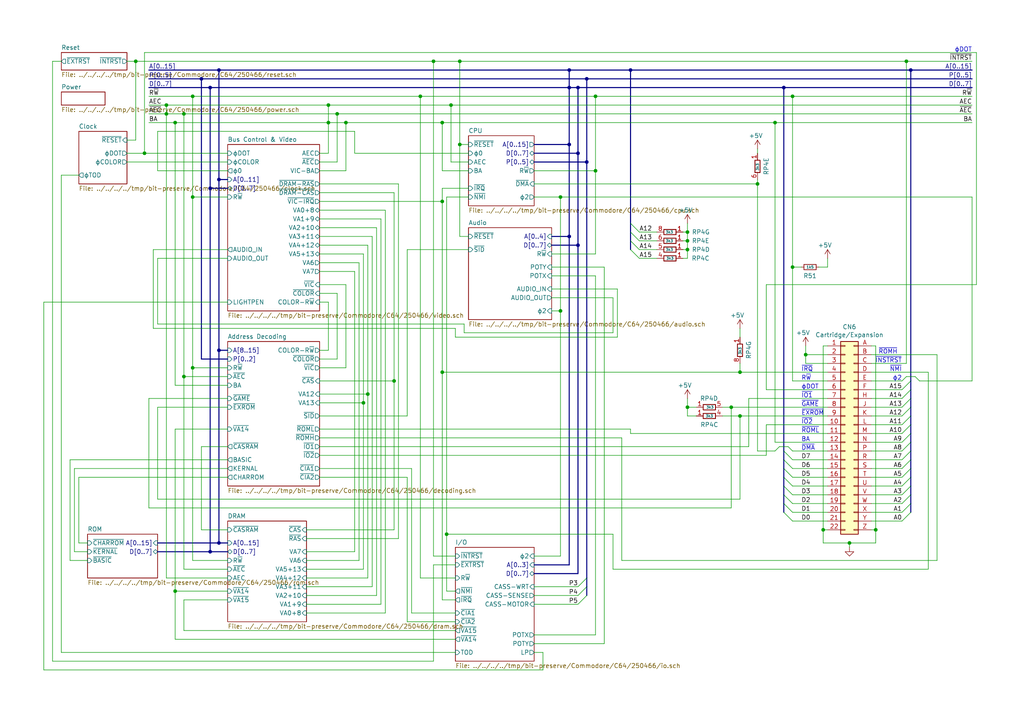
<source format=kicad_sch>
(kicad_sch (version 20230121) (generator eeschema)
  (paper "A4")
  (title_block (title "Commodore 64 (schematic #252278)") (date "2020-04-19") (rev "0.1") (company "Commodore Business Machines, Inc.") (comment 1 "Based on C64/C64C Service Manual (1992-03) pp. 37-38 [PN-314001-03]") (comment 3 "Based on #251469 schematic by Cumbayah") (comment 4 "Matches PCB assy #250466"))
  (lib_symbols
    (symbol "Connector_Edge:Conn_02x22_Edge" (pin_names (offset 1.016) hide)
      (property "Reference" "J" (at 1.27 27.94 0))
      (property "Value" "Conn_02x22_Edge" (at 1.27 -30.48 0))
      (symbol "Conn_02x22_Edge_1_1"
        (rectangle (start -1.27 -27.813) (end 0 -28.067) (stroke (width 0.1524)))
        (rectangle (start -1.27 -25.273) (end 0 -25.527) (stroke (width 0.1524)))
        (rectangle (start -1.27 -22.733) (end 0 -22.987) (stroke (width 0.1524)))
        (rectangle (start -1.27 -20.193) (end 0 -20.447) (stroke (width 0.1524)))
        (rectangle (start -1.27 -17.653) (end 0 -17.907) (stroke (width 0.1524)))
        (rectangle (start -1.27 -15.113) (end 0 -15.367) (stroke (width 0.1524)))
        (rectangle (start -1.27 -12.573) (end 0 -12.827) (stroke (width 0.1524)))
        (rectangle (start -1.27 -10.033) (end 0 -10.287) (stroke (width 0.1524)))
        (rectangle (start -1.27 -7.493) (end 0 -7.747) (stroke (width 0.1524)))
        (rectangle (start -1.27 -4.953) (end 0 -5.207) (stroke (width 0.1524)))
        (rectangle (start -1.27 -2.413) (end 0 -2.667) (stroke (width 0.1524)))
        (rectangle (start -1.27 0.127) (end 0 -0.127) (stroke (width 0.1524)))
        (rectangle (start -1.27 2.667) (end 0 2.413) (stroke (width 0.1524)))
        (rectangle (start -1.27 5.207) (end 0 4.953) (stroke (width 0.1524)))
        (rectangle (start -1.27 7.747) (end 0 7.493) (stroke (width 0.1524)))
        (rectangle (start -1.27 10.287) (end 0 10.033) (stroke (width 0.1524)))
        (rectangle (start -1.27 12.827) (end 0 12.573) (stroke (width 0.1524)))
        (rectangle (start -1.27 15.367) (end 0 15.113) (stroke (width 0.1524)))
        (rectangle (start -1.27 17.907) (end 0 17.653) (stroke (width 0.1524)))
        (rectangle (start -1.27 20.447) (end 0 20.193) (stroke (width 0.1524)))
        (rectangle (start -1.27 22.987) (end 0 22.733) (stroke (width 0.1524)))
        (rectangle (start -1.27 25.527) (end 0 25.273) (stroke (width 0.1524)))
        (rectangle (start -1.27 26.67) (end 3.81 -29.21) (stroke (width 0.254)) (fill (type background)))
        (rectangle (start 3.81 -27.813) (end 2.54 -28.067) (stroke (width 0.1524)))
        (rectangle (start 3.81 -25.273) (end 2.54 -25.527) (stroke (width 0.1524)))
        (rectangle (start 3.81 -22.733) (end 2.54 -22.987) (stroke (width 0.1524)))
        (rectangle (start 3.81 -20.193) (end 2.54 -20.447) (stroke (width 0.1524)))
        (rectangle (start 3.81 -17.653) (end 2.54 -17.907) (stroke (width 0.1524)))
        (rectangle (start 3.81 -15.113) (end 2.54 -15.367) (stroke (width 0.1524)))
        (rectangle (start 3.81 -12.573) (end 2.54 -12.827) (stroke (width 0.1524)))
        (rectangle (start 3.81 -10.033) (end 2.54 -10.287) (stroke (width 0.1524)))
        (rectangle (start 3.81 -7.493) (end 2.54 -7.747) (stroke (width 0.1524)))
        (rectangle (start 3.81 -4.953) (end 2.54 -5.207) (stroke (width 0.1524)))
        (rectangle (start 3.81 -2.413) (end 2.54 -2.667) (stroke (width 0.1524)))
        (rectangle (start 3.81 0.127) (end 2.54 -0.127) (stroke (width 0.1524)))
        (rectangle (start 3.81 2.667) (end 2.54 2.413) (stroke (width 0.1524)))
        (rectangle (start 3.81 5.207) (end 2.54 4.953) (stroke (width 0.1524)))
        (rectangle (start 3.81 7.747) (end 2.54 7.493) (stroke (width 0.1524)))
        (rectangle (start 3.81 10.287) (end 2.54 10.033) (stroke (width 0.1524)))
        (rectangle (start 3.81 12.827) (end 2.54 12.573) (stroke (width 0.1524)))
        (rectangle (start 3.81 15.367) (end 2.54 15.113) (stroke (width 0.1524)))
        (rectangle (start 3.81 17.907) (end 2.54 17.653) (stroke (width 0.1524)))
        (rectangle (start 3.81 20.447) (end 2.54 20.193) (stroke (width 0.1524)))
        (rectangle (start 3.81 22.987) (end 2.54 22.733) (stroke (width 0.1524)))
        (rectangle (start 3.81 25.527) (end 2.54 25.273) (stroke (width 0.1524)))
        (pin passive line (at -5.08 25.4 0) (length 3.81) (name "Pin_1") (number "1"))
        (pin passive line (at -5.08 2.54 0) (length 3.81) (name "Pin_10") (number "10"))
        (pin passive line (at -5.08 0 0) (length 3.81) (name "Pin_11") (number "11"))
        (pin passive line (at -5.08 -2.54 0) (length 3.81) (name "Pin_12") (number "12"))
        (pin passive line (at -5.08 -5.08 0) (length 3.81) (name "Pin_13") (number "13"))
        (pin passive line (at -5.08 -7.62 0) (length 3.81) (name "Pin_14") (number "14"))
        (pin passive line (at -5.08 -10.16 0) (length 3.81) (name "Pin_15") (number "15"))
        (pin passive line (at -5.08 -12.7 0) (length 3.81) (name "Pin_16") (number "16"))
        (pin passive line (at -5.08 -15.24 0) (length 3.81) (name "Pin_17") (number "17"))
        (pin passive line (at -5.08 -17.78 0) (length 3.81) (name "Pin_18") (number "18"))
        (pin passive line (at -5.08 -20.32 0) (length 3.81) (name "Pin_19") (number "19"))
        (pin passive line (at -5.08 22.86 0) (length 3.81) (name "Pin_2") (number "2"))
        (pin passive line (at -5.08 -22.86 0) (length 3.81) (name "Pin_20") (number "20"))
        (pin passive line (at -5.08 -25.4 0) (length 3.81) (name "Pin_21") (number "21"))
        (pin passive line (at -5.08 -27.94 0) (length 3.81) (name "Pin_22") (number "22"))
        (pin passive line (at -5.08 20.32 0) (length 3.81) (name "Pin_3") (number "3"))
        (pin passive line (at -5.08 17.78 0) (length 3.81) (name "Pin_4") (number "4"))
        (pin passive line (at -5.08 15.24 0) (length 3.81) (name "Pin_5") (number "5"))
        (pin passive line (at -5.08 12.7 0) (length 3.81) (name "Pin_6") (number "6"))
        (pin passive line (at -5.08 10.16 0) (length 3.81) (name "Pin_7") (number "7"))
        (pin passive line (at -5.08 7.62 0) (length 3.81) (name "Pin_8") (number "8"))
        (pin passive line (at -5.08 5.08 0) (length 3.81) (name "Pin_9") (number "9"))
        (pin passive line (at 7.62 25.4 180) (length 3.81) (name "Pin_A") (number "A"))
        (pin passive line (at 7.62 22.86 180) (length 3.81) (name "Pin_B") (number "B"))
        (pin passive line (at 7.62 20.32 180) (length 3.81) (name "Pin_C") (number "C"))
        (pin passive line (at 7.62 17.78 180) (length 3.81) (name "Pin_D") (number "D"))
        (pin passive line (at 7.62 15.24 180) (length 3.81) (name "Pin_E") (number "E"))
        (pin passive line (at 7.62 12.7 180) (length 3.81) (name "Pin_F") (number "F"))
        (pin passive line (at 7.62 10.16 180) (length 3.81) (name "Pin_H") (number "H"))
        (pin passive line (at 7.62 7.62 180) (length 3.81) (name "Pin_J") (number "J"))
        (pin passive line (at 7.62 5.08 180) (length 3.81) (name "Pin_K") (number "K"))
        (pin passive line (at 7.62 2.54 180) (length 3.81) (name "Pin_L") (number "L"))
        (pin passive line (at 7.62 0 180) (length 3.81) (name "Pin_M") (number "M"))
        (pin passive line (at 7.62 -2.54 180) (length 3.81) (name "Pin_N") (number "N"))
        (pin passive line (at 7.62 -5.08 180) (length 3.81) (name "Pin_P") (number "P"))
        (pin passive line (at 7.62 -7.62 180) (length 3.81) (name "Pin_R") (number "R"))
        (pin passive line (at 7.62 -10.16 180) (length 3.81) (name "Pin_S") (number "S"))
        (pin passive line (at 7.62 -12.7 180) (length 3.81) (name "Pin_T") (number "T"))
        (pin passive line (at 7.62 -15.24 180) (length 3.81) (name "Pin_U") (number "U"))
        (pin passive line (at 7.62 -17.78 180) (length 3.81) (name "Pin_V") (number "V"))
        (pin passive line (at 7.62 -20.32 180) (length 3.81) (name "Pin_W") (number "W"))
        (pin passive line (at 7.62 -22.86 180) (length 3.81) (name "Pin_X") (number "X"))
        (pin passive line (at 7.62 -25.4 180) (length 3.81) (name "Pin_Y") (number "Y"))
        (pin passive line (at 7.62 -27.94 180) (length 3.81) (name "Pin_Z") (number "Z"))
      )
    )
    (symbol "Device:R_Small" (pin_numbers hide) (pin_names (offset 0.254) hide)
      (property "Reference" "R" (at 0.762 0.508 0))
      (property "Value" "R_Small" (at 0.762 -1.016 0))
      (symbol "R_Small_0_1"
        (rectangle (start -0.762 1.778) (end 0.762 -1.778) (stroke (width 0.2032)))
      )
      (symbol "R_Small_1_1"
        (pin passive line (at 0 2.54 270) (length 0.762) (name "~") (number "1"))
        (pin passive line (at 0 -2.54 90) (length 0.762) (name "~") (number "2"))
      )
    )
    (symbol "Resistor_Pack:R_Network09_Split" (pin_names (offset 1.016) hide)
      (property "Reference" "RN" (at 1.27 0.635 0))
      (property "Value" "R_Network09_Split" (at 1.27 -1.27 0))
      (symbol "R_Network09_Split_0_0"
        (pin passive line (at 0 3.81 270) (length 2.032) (name "common") (number "1"))
      )
      (symbol "R_Network09_Split_0_1"
        (rectangle (start -0.762 1.778) (end 0.762 -1.778) (stroke (width 0.2032)))
      )
      (symbol "R_Network09_Split_1_1"
        (pin passive line (at 0 -3.81 90) (length 2.032) (name "R1") (number "2"))
      )
      (symbol "R_Network09_Split_2_1"
        (rectangle (start -0.762 1.778) (end 0.762 -1.778) (stroke (width 0.2032)))
        (pin passive line (at 0 3.81 270) (length 2.032) (name "common") (number "1"))
        (pin passive line (at 0 -3.81 90) (length 2.032) (name "R2") (number "3"))
      )
      (symbol "R_Network09_Split_3_1"
        (rectangle (start -0.762 1.778) (end 0.762 -1.778) (stroke (width 0.2032)))
        (pin passive line (at 0 3.81 270) (length 2.032) (name "common") (number "1"))
        (pin passive line (at 0 -3.81 90) (length 2.032) (name "R3") (number "4"))
      )
      (symbol "R_Network09_Split_4_1"
        (rectangle (start -0.762 1.778) (end 0.762 -1.778) (stroke (width 0.2032)))
        (pin passive line (at 0 3.81 270) (length 2.032) (name "common") (number "1"))
        (pin passive line (at 0 -3.81 90) (length 2.032) (name "R4") (number "5"))
      )
      (symbol "R_Network09_Split_5_1"
        (rectangle (start -0.762 1.778) (end 0.762 -1.778) (stroke (width 0.2032)))
        (pin passive line (at 0 3.81 270) (length 2.032) (name "common") (number "1"))
        (pin passive line (at 0 -3.81 90) (length 2.032) (name "R5") (number "6"))
      )
      (symbol "R_Network09_Split_6_1"
        (rectangle (start -0.762 1.778) (end 0.762 -1.778) (stroke (width 0.2032)))
        (pin passive line (at 0 3.81 270) (length 2.032) (name "common") (number "1"))
        (pin passive line (at 0 -3.81 90) (length 2.032) (name "R6") (number "7"))
      )
      (symbol "R_Network09_Split_7_1"
        (rectangle (start -0.762 1.778) (end 0.762 -1.778) (stroke (width 0.2032)))
        (pin passive line (at 0 3.81 270) (length 2.032) (name "common") (number "1"))
        (pin passive line (at 0 -3.81 90) (length 2.032) (name "R7") (number "8"))
      )
      (symbol "R_Network09_Split_8_1"
        (pin passive line (at 0 -3.81 90) (length 2.032) (name "R8") (number "9"))
      )
      (symbol "R_Network09_Split_9_1"
        (pin passive line (at 0 -3.81 90) (length 2.032) (name "R9") (number "10"))
      )
    )
    (symbol "power:+5V" (power) (pin_names (offset 0))
      (property "Value" "+5V" (at 0 3.556 0))
      (symbol "+5V_0_1"
        (polyline (pts (xy -0.762 1.27) (xy 0 2.54)))
        (polyline (pts (xy 0 0) (xy 0 2.54)))
        (polyline (pts (xy 0 2.54) (xy 0.762 1.27)))
      )
      (symbol "+5V_1_1"
        (pin power_in line (at 0 0 90) (length 0) hide (name "+5V") (number "1"))
      )
    )
    (symbol "power:GND" (power) (pin_names (offset 0))
      (property "Value" "GND" (at 0 -3.81 0))
      (symbol "GND_0_1"
        (polyline (pts (xy 0 0) (xy 0 -1.27) (xy 1.27 -1.27) (xy 0 -2.54) (xy -1.27 -1.27) (xy 0 -1.27)))
      )
      (symbol "GND_1_1"
        (pin power_in line (at 0 0 270) (length 0) hide (name "GND") (number "1"))
      )
    )
  )
  (junction (at 165.1 20.32))
  (junction (at 105.41 116.84))
  (junction (at 262.89 17.78))
  (junction (at 165.1 68.58))
  (junction (at 128.27 107.95))
  (junction (at 41.91 44.45))
  (junction (at 97.79 33.02))
  (junction (at 60.96 54.61))
  (junction (at 172.72 27.94))
  (junction (at 233.68 102.87))
  (junction (at 48.26 33.02))
  (junction (at 182.88 20.32))
  (junction (at 170.18 22.86))
  (junction (at 55.88 57.15))
  (junction (at 133.35 17.78))
  (junction (at 125.73 17.78))
  (junction (at 106.68 114.3))
  (junction (at 100.33 35.56))
  (junction (at 238.76 153.67))
  (junction (at 133.35 41.91))
  (junction (at 167.64 71.12))
  (junction (at 162.56 90.17))
  (junction (at 50.8 35.56))
  (junction (at 219.71 53.34))
  (junction (at 63.5 52.07))
  (junction (at 167.64 44.45))
  (junction (at 63.5 101.6))
  (junction (at 227.33 25.4))
  (junction (at 58.42 22.86))
  (junction (at 170.18 46.99))
  (junction (at 199.39 67.31))
  (junction (at 95.25 30.48))
  (junction (at 128.27 35.56))
  (junction (at 264.16 20.32))
  (junction (at 165.1 41.91))
  (junction (at 229.87 27.94))
  (junction (at 63.5 20.32))
  (junction (at 224.79 35.56))
  (junction (at 95.25 35.56))
  (junction (at 39.37 17.78))
  (junction (at 214.63 120.65))
  (junction (at 55.88 106.68))
  (junction (at 199.39 118.11))
  (junction (at 165.1 25.4))
  (junction (at 121.92 27.94))
  (junction (at 212.09 118.11))
  (junction (at 199.39 69.85))
  (junction (at 53.34 109.22))
  (junction (at 214.63 107.95))
  (junction (at 172.72 49.53))
  (junction (at 167.64 25.4))
  (junction (at 162.56 57.15))
  (junction (at 130.81 30.48))
  (junction (at 128.27 58.42))
  (junction (at 50.8 171.45))
  (junction (at 229.87 77.47))
  (junction (at 254 153.67))
  (junction (at 48.26 30.48))
  (junction (at 246.38 157.48))
  (junction (at 60.96 25.4))
  (junction (at 53.34 33.02))
  (junction (at 129.54 154.94))
  (junction (at 199.39 72.39))
  (junction (at 55.88 27.94))
  (junction (at 63.5 157.48))
  (junction (at 60.96 160.02))
  (junction (at 114.3 110.49))
  (bus_entry (at 227.33 148.59) (size 2.54 2.54))
  (bus_entry (at 227.33 135.89) (size 2.54 2.54))
  (bus_entry (at 182.88 69.85) (size 2.54 2.54))
  (bus_entry (at 261.62 130.81) (size 2.54 -2.54))
  (bus_entry (at 227.33 143.51) (size 2.54 2.54))
  (bus_entry (at 261.62 118.11) (size 2.54 -2.54))
  (bus_entry (at 261.62 148.59) (size 2.54 -2.54))
  (bus_entry (at 227.33 140.97) (size 2.54 2.54))
  (bus_entry (at 261.62 140.97) (size 2.54 -2.54))
  (bus_entry (at 261.62 146.05) (size 2.54 -2.54))
  (bus_entry (at 167.64 175.26) (size 2.54 -2.54))
  (bus_entry (at 261.62 135.89) (size 2.54 -2.54))
  (bus_entry (at 182.88 67.31) (size 2.54 2.54))
  (bus_entry (at 167.64 170.18) (size 2.54 -2.54))
  (bus_entry (at 182.88 72.39) (size 2.54 2.54))
  (bus_entry (at 227.33 130.81) (size 2.54 2.54))
  (bus_entry (at 167.64 172.72) (size 2.54 -2.54))
  (bus_entry (at 261.62 138.43) (size 2.54 -2.54))
  (bus_entry (at 227.33 146.05) (size 2.54 2.54))
  (bus_entry (at 261.62 115.57) (size 2.54 -2.54))
  (bus_entry (at 261.62 123.19) (size 2.54 -2.54))
  (bus_entry (at 261.62 133.35) (size 2.54 -2.54))
  (bus_entry (at 261.62 151.13) (size 2.54 -2.54))
  (bus_entry (at 227.33 138.43) (size 2.54 2.54))
  (bus_entry (at 261.62 120.65) (size 2.54 -2.54))
  (bus_entry (at 261.62 113.03) (size 2.54 -2.54))
  (bus_entry (at 182.88 64.77) (size 2.54 2.54))
  (bus_entry (at 227.33 133.35) (size 2.54 2.54))
  (bus_entry (at 261.62 143.51) (size 2.54 -2.54))
  (bus_entry (at 261.62 125.73) (size 2.54 -2.54))
  (bus_entry (at 261.62 128.27) (size 2.54 -2.54))
  (wire (pts (xy 132.08 177.8) (xy 119.38 177.8)))
  (wire (pts (xy 115.57 53.34) (xy 115.57 156.21)))
  (wire (pts (xy 50.8 185.42) (xy 132.08 185.42)))
  (wire (pts (xy 55.88 27.94) (xy 55.88 57.15)))
  (wire (pts (xy 162.56 57.15) (xy 281.94 57.15)))
  (wire (pts (xy 252.73 135.89) (xy 261.62 135.89)))
  (wire (pts (xy 92.71 127) (xy 180.34 127)))
  (wire (pts (xy 212.09 118.11) (xy 209.55 118.11)))
  (bus (pts (xy 60.96 54.61) (xy 66.04 54.61)))
  (bus (pts (xy 170.18 22.86) (xy 281.94 22.86)))
  (wire (pts (xy 240.03 146.05) (xy 229.87 146.05)))
  (wire (pts (xy 17.78 17.78) (xy 15.24 17.78)))
  (wire (pts (xy 109.22 66.04) (xy 92.71 66.04)))
  (wire (pts (xy 199.39 72.39) (xy 199.39 69.85)))
  (wire (pts (xy 107.95 170.18) (xy 88.9 170.18)))
  (wire (pts (xy 271.78 162.56) (xy 180.34 162.56)))
  (wire (pts (xy 246.38 157.48) (xy 254 157.48)))
  (wire (pts (xy 106.68 71.12) (xy 92.71 71.12)))
  (bus (pts (xy 170.18 22.86) (xy 170.18 46.99)))
  (wire (pts (xy 172.72 73.66) (xy 160.02 73.66)))
  (wire (pts (xy 240.03 153.67) (xy 238.76 153.67)))
  (wire (pts (xy 157.48 194.31) (xy 157.48 189.23)))
  (wire (pts (xy 252.73 102.87) (xy 271.78 102.87)))
  (wire (pts (xy 262.89 109.22) (xy 265.43 109.22)))
  (wire (pts (xy 92.71 49.53) (xy 100.33 49.53)))
  (bus (pts (xy 165.1 20.32) (xy 165.1 25.4)))
  (bus (pts (xy 227.33 25.4) (xy 227.33 130.81)))
  (wire (pts (xy 190.5 74.93) (xy 185.42 74.93)))
  (wire (pts (xy 121.92 27.94) (xy 121.92 167.64)))
  (wire (pts (xy 41.91 15.24) (xy 283.21 15.24)))
  (wire (pts (xy 222.25 132.08) (xy 222.25 123.19)))
  (wire (pts (xy 92.71 53.34) (xy 115.57 53.34)))
  (wire (pts (xy 12.7 87.63) (xy 12.7 194.31)))
  (wire (pts (xy 92.71 44.45) (xy 95.25 44.45)))
  (wire (pts (xy 199.39 118.11) (xy 199.39 115.57)))
  (wire (pts (xy 162.56 161.29) (xy 162.56 90.17)))
  (bus (pts (xy 58.42 22.86) (xy 58.42 104.14)))
  (wire (pts (xy 135.89 44.45) (xy 102.87 44.45)))
  (wire (pts (xy 121.92 27.94) (xy 172.72 27.94)))
  (wire (pts (xy 118.11 120.65) (xy 118.11 72.39)))
  (bus (pts (xy 264.16 123.19) (xy 264.16 125.73)))
  (wire (pts (xy 17.78 50.8) (xy 17.78 189.23)))
  (wire (pts (xy 224.79 130.81) (xy 226.06 129.54)))
  (wire (pts (xy 132.08 95.25) (xy 132.08 97.79)))
  (bus (pts (xy 167.64 71.12) (xy 167.64 166.37)))
  (bus (pts (xy 63.5 52.07) (xy 63.5 101.6)))
  (wire (pts (xy 53.34 173.99) (xy 66.04 173.99)))
  (wire (pts (xy 154.94 57.15) (xy 162.56 57.15)))
  (wire (pts (xy 12.7 194.31) (xy 157.48 194.31)))
  (bus (pts (xy 165.1 68.58) (xy 165.1 163.83)))
  (bus (pts (xy 154.94 166.37) (xy 167.64 166.37)))
  (wire (pts (xy 228.6 129.54) (xy 229.87 130.81)))
  (wire (pts (xy 128.27 173.99) (xy 128.27 107.95)))
  (wire (pts (xy 262.89 17.78) (xy 281.94 17.78)))
  (bus (pts (xy 264.16 20.32) (xy 264.16 110.49)))
  (wire (pts (xy 105.41 116.84) (xy 105.41 165.1)))
  (wire (pts (xy 66.04 57.15) (xy 55.88 57.15)))
  (wire (pts (xy 43.18 147.32) (xy 212.09 147.32)))
  (wire (pts (xy 92.71 104.14) (xy 97.79 104.14)))
  (wire (pts (xy 229.87 110.49) (xy 240.03 110.49)))
  (wire (pts (xy 22.86 50.8) (xy 17.78 50.8)))
  (wire (pts (xy 92.71 124.46) (xy 182.88 124.46)))
  (wire (pts (xy 269.24 107.95) (xy 269.24 165.1)))
  (bus (pts (xy 264.16 140.97) (xy 264.16 143.51)))
  (wire (pts (xy 129.54 171.45) (xy 129.54 154.94)))
  (wire (pts (xy 102.87 44.45) (xy 102.87 38.1)))
  (wire (pts (xy 43.18 27.94) (xy 55.88 27.94)))
  (bus (pts (xy 43.18 25.4) (xy 60.96 25.4)))
  (bus (pts (xy 264.16 146.05) (xy 264.16 148.59)))
  (wire (pts (xy 214.63 95.25) (xy 214.63 97.79)))
  (wire (pts (xy 53.34 182.88) (xy 132.08 182.88)))
  (wire (pts (xy 177.8 96.52) (xy 177.8 86.36)))
  (wire (pts (xy 109.22 66.04) (xy 109.22 172.72)))
  (wire (pts (xy 240.03 143.51) (xy 229.87 143.51)))
  (wire (pts (xy 154.94 170.18) (xy 167.64 170.18)))
  (bus (pts (xy 182.88 69.85) (xy 182.88 72.39)))
  (wire (pts (xy 20.32 133.35) (xy 66.04 133.35)))
  (wire (pts (xy 214.63 105.41) (xy 214.63 107.95)))
  (wire (pts (xy 125.73 17.78) (xy 133.35 17.78)))
  (wire (pts (xy 15.24 191.77) (xy 125.73 191.77)))
  (wire (pts (xy 39.37 17.78) (xy 125.73 17.78)))
  (wire (pts (xy 198.12 72.39) (xy 199.39 72.39)))
  (wire (pts (xy 53.34 109.22) (xy 53.34 33.02)))
  (wire (pts (xy 45.72 49.53) (xy 66.04 49.53)))
  (wire (pts (xy 130.81 46.99) (xy 130.81 30.48)))
  (wire (pts (xy 92.71 82.55) (xy 100.33 82.55)))
  (bus (pts (xy 43.18 22.86) (xy 58.42 22.86)))
  (wire (pts (xy 154.94 161.29) (xy 162.56 161.29)))
  (bus (pts (xy 264.16 128.27) (xy 264.16 130.81)))
  (wire (pts (xy 88.9 156.21) (xy 115.57 156.21)))
  (bus (pts (xy 227.33 135.89) (xy 227.33 138.43)))
  (bus (pts (xy 60.96 25.4) (xy 60.96 54.61)))
  (wire (pts (xy 133.35 41.91) (xy 133.35 17.78)))
  (wire (pts (xy 95.25 87.63) (xy 92.71 87.63)))
  (wire (pts (xy 222.25 82.55) (xy 222.25 113.03)))
  (wire (pts (xy 92.71 116.84) (xy 105.41 116.84)))
  (wire (pts (xy 133.35 41.91) (xy 133.35 68.58)))
  (bus (pts (xy 170.18 46.99) (xy 170.18 167.64)))
  (wire (pts (xy 48.26 167.64) (xy 66.04 167.64)))
  (wire (pts (xy 92.71 135.89) (xy 119.38 135.89)))
  (wire (pts (xy 92.71 46.99) (xy 97.79 46.99)))
  (wire (pts (xy 233.68 105.41) (xy 233.68 102.87)))
  (wire (pts (xy 100.33 49.53) (xy 100.33 35.56)))
  (wire (pts (xy 133.35 68.58) (xy 135.89 68.58)))
  (wire (pts (xy 252.73 130.81) (xy 261.62 130.81)))
  (wire (pts (xy 92.71 110.49) (xy 114.3 110.49)))
  (wire (pts (xy 129.54 154.94) (xy 177.8 154.94)))
  (wire (pts (xy 21.59 135.89) (xy 66.04 135.89)))
  (wire (pts (xy 97.79 104.14) (xy 97.79 85.09)))
  (wire (pts (xy 129.54 57.15) (xy 129.54 154.94)))
  (wire (pts (xy 198.12 67.31) (xy 199.39 67.31)))
  (wire (pts (xy 55.88 162.56) (xy 66.04 162.56)))
  (wire (pts (xy 271.78 102.87) (xy 271.78 162.56)))
  (wire (pts (xy 160.02 80.01) (xy 172.72 80.01)))
  (bus (pts (xy 264.16 138.43) (xy 264.16 140.97)))
  (wire (pts (xy 100.33 106.68) (xy 92.71 106.68)))
  (bus (pts (xy 63.5 52.07) (xy 66.04 52.07)))
  (wire (pts (xy 102.87 38.1) (xy 45.72 38.1)))
  (bus (pts (xy 167.64 44.45) (xy 167.64 71.12)))
  (wire (pts (xy 17.78 189.23) (xy 132.08 189.23)))
  (wire (pts (xy 104.14 76.2) (xy 92.71 76.2)))
  (wire (pts (xy 222.25 113.03) (xy 240.03 113.03)))
  (wire (pts (xy 15.24 17.78) (xy 15.24 191.77)))
  (bus (pts (xy 160.02 68.58) (xy 165.1 68.58)))
  (wire (pts (xy 118.11 138.43) (xy 118.11 180.34)))
  (wire (pts (xy 198.12 74.93) (xy 199.39 74.93)))
  (bus (pts (xy 165.1 25.4) (xy 167.64 25.4)))
  (wire (pts (xy 252.73 105.41) (xy 262.89 105.41)))
  (wire (pts (xy 172.72 49.53) (xy 172.72 73.66)))
  (bus (pts (xy 63.5 101.6) (xy 63.5 157.48)))
  (wire (pts (xy 175.26 77.47) (xy 175.26 186.69)))
  (wire (pts (xy 283.21 82.55) (xy 222.25 82.55)))
  (wire (pts (xy 50.8 124.46) (xy 50.8 171.45)))
  (bus (pts (xy 264.16 113.03) (xy 264.16 115.57)))
  (bus (pts (xy 182.88 20.32) (xy 182.88 64.77)))
  (wire (pts (xy 283.21 15.24) (xy 283.21 82.55)))
  (wire (pts (xy 132.08 161.29) (xy 125.73 161.29)))
  (bus (pts (xy 264.16 118.11) (xy 264.16 120.65)))
  (bus (pts (xy 60.96 54.61) (xy 60.96 160.02)))
  (bus (pts (xy 182.88 64.77) (xy 182.88 67.31)))
  (wire (pts (xy 172.72 27.94) (xy 229.87 27.94)))
  (wire (pts (xy 50.8 171.45) (xy 50.8 185.42)))
  (wire (pts (xy 58.42 129.54) (xy 58.42 153.67)))
  (wire (pts (xy 219.71 53.34) (xy 219.71 130.81)))
  (wire (pts (xy 114.3 55.88) (xy 114.3 110.49)))
  (bus (pts (xy 165.1 20.32) (xy 182.88 20.32)))
  (bus (pts (xy 167.64 25.4) (xy 227.33 25.4)))
  (wire (pts (xy 100.33 35.56) (xy 128.27 35.56)))
  (wire (pts (xy 95.25 30.48) (xy 130.81 30.48)))
  (wire (pts (xy 36.83 40.64) (xy 39.37 40.64)))
  (wire (pts (xy 88.9 177.8) (xy 111.76 177.8)))
  (wire (pts (xy 36.83 46.99) (xy 66.04 46.99)))
  (bus (pts (xy 227.33 140.97) (xy 227.33 143.51)))
  (wire (pts (xy 66.04 124.46) (xy 50.8 124.46)))
  (wire (pts (xy 240.03 140.97) (xy 229.87 140.97)))
  (wire (pts (xy 43.18 33.02) (xy 48.26 33.02)))
  (wire (pts (xy 240.03 133.35) (xy 229.87 133.35)))
  (wire (pts (xy 55.88 27.94) (xy 121.92 27.94)))
  (wire (pts (xy 133.35 41.91) (xy 135.89 41.91)))
  (wire (pts (xy 50.8 171.45) (xy 66.04 171.45)))
  (wire (pts (xy 100.33 82.55) (xy 100.33 106.68)))
  (wire (pts (xy 102.87 160.02) (xy 88.9 160.02)))
  (wire (pts (xy 160.02 86.36) (xy 177.8 86.36)))
  (wire (pts (xy 111.76 60.96) (xy 111.76 177.8)))
  (wire (pts (xy 160.02 77.47) (xy 175.26 77.47)))
  (wire (pts (xy 130.81 30.48) (xy 281.94 30.48)))
  (bus (pts (xy 264.16 110.49) (xy 264.16 113.03)))
  (wire (pts (xy 119.38 177.8) (xy 119.38 135.89)))
  (bus (pts (xy 43.18 20.32) (xy 63.5 20.32)))
  (wire (pts (xy 222.25 123.19) (xy 240.03 123.19)))
  (wire (pts (xy 50.8 35.56) (xy 95.25 35.56)))
  (wire (pts (xy 252.73 148.59) (xy 261.62 148.59)))
  (wire (pts (xy 229.87 77.47) (xy 229.87 27.94)))
  (bus (pts (xy 63.5 20.32) (xy 63.5 52.07)))
  (wire (pts (xy 66.04 109.22) (xy 53.34 109.22)))
  (wire (pts (xy 22.86 157.48) (xy 22.86 138.43)))
  (wire (pts (xy 41.91 44.45) (xy 41.91 15.24)))
  (wire (pts (xy 45.72 93.98) (xy 45.72 74.93)))
  (wire (pts (xy 21.59 135.89) (xy 21.59 160.02)))
  (wire (pts (xy 110.49 63.5) (xy 92.71 63.5)))
  (wire (pts (xy 252.73 143.51) (xy 261.62 143.51)))
  (wire (pts (xy 219.71 130.81) (xy 224.79 130.81)))
  (wire (pts (xy 53.34 33.02) (xy 97.79 33.02)))
  (bus (pts (xy 227.33 133.35) (xy 227.33 135.89)))
  (wire (pts (xy 45.72 144.78) (xy 214.63 144.78)))
  (wire (pts (xy 25.4 162.56) (xy 20.32 162.56)))
  (bus (pts (xy 264.16 135.89) (xy 264.16 138.43)))
  (wire (pts (xy 66.04 87.63) (xy 12.7 87.63)))
  (wire (pts (xy 133.35 17.78) (xy 262.89 17.78)))
  (bus (pts (xy 264.16 115.57) (xy 264.16 118.11)))
  (bus (pts (xy 170.18 167.64) (xy 170.18 170.18)))
  (wire (pts (xy 160.02 90.17) (xy 162.56 90.17)))
  (wire (pts (xy 106.68 71.12) (xy 106.68 114.3)))
  (wire (pts (xy 214.63 107.95) (xy 240.03 107.95)))
  (wire (pts (xy 43.18 115.57) (xy 66.04 115.57)))
  (wire (pts (xy 201.93 118.11) (xy 199.39 118.11)))
  (wire (pts (xy 105.41 165.1) (xy 88.9 165.1)))
  (wire (pts (xy 217.17 129.54) (xy 217.17 115.57)))
  (wire (pts (xy 45.72 118.11) (xy 45.72 144.78)))
  (bus (pts (xy 154.94 163.83) (xy 165.1 163.83)))
  (wire (pts (xy 240.03 135.89) (xy 229.87 135.89)))
  (wire (pts (xy 252.73 146.05) (xy 261.62 146.05)))
  (wire (pts (xy 252.73 140.97) (xy 261.62 140.97)))
  (wire (pts (xy 219.71 52.07) (xy 219.71 53.34)))
  (wire (pts (xy 252.73 151.13) (xy 261.62 151.13)))
  (bus (pts (xy 58.42 104.14) (xy 66.04 104.14)))
  (wire (pts (xy 58.42 153.67) (xy 66.04 153.67)))
  (wire (pts (xy 254 157.48) (xy 254 153.67)))
  (wire (pts (xy 97.79 33.02) (xy 281.94 33.02)))
  (wire (pts (xy 25.4 157.48) (xy 22.86 157.48)))
  (wire (pts (xy 114.3 110.49) (xy 114.3 153.67)))
  (wire (pts (xy 252.73 138.43) (xy 261.62 138.43)))
  (bus (pts (xy 170.18 170.18) (xy 170.18 172.72)))
  (wire (pts (xy 175.26 186.69) (xy 154.94 186.69)))
  (bus (pts (xy 60.96 25.4) (xy 165.1 25.4)))
  (wire (pts (xy 114.3 55.88) (xy 92.71 55.88)))
  (wire (pts (xy 266.7 110.49) (xy 281.94 110.49)))
  (wire (pts (xy 252.73 153.67) (xy 254 153.67)))
  (wire (pts (xy 128.27 58.42) (xy 128.27 54.61)))
  (wire (pts (xy 252.73 128.27) (xy 261.62 128.27)))
  (wire (pts (xy 182.88 125.73) (xy 240.03 125.73)))
  (wire (pts (xy 199.39 120.65) (xy 201.93 120.65)))
  (wire (pts (xy 128.27 58.42) (xy 128.27 107.95)))
  (wire (pts (xy 172.72 184.15) (xy 154.94 184.15)))
  (wire (pts (xy 20.32 162.56) (xy 20.32 133.35)))
  (bus (pts (xy 227.33 146.05) (xy 227.33 148.59)))
  (wire (pts (xy 252.73 115.57) (xy 261.62 115.57)))
  (wire (pts (xy 92.71 132.08) (xy 222.25 132.08)))
  (bus (pts (xy 60.96 160.02) (xy 45.72 160.02)))
  (wire (pts (xy 128.27 107.95) (xy 214.63 107.95)))
  (wire (pts (xy 219.71 43.18) (xy 219.71 44.45)))
  (wire (pts (xy 48.26 30.48) (xy 95.25 30.48)))
  (bus (pts (xy 154.94 44.45) (xy 167.64 44.45)))
  (wire (pts (xy 212.09 118.11) (xy 212.09 147.32)))
  (bus (pts (xy 264.16 133.35) (xy 264.16 135.89)))
  (wire (pts (xy 135.89 46.99) (xy 130.81 46.99)))
  (wire (pts (xy 135.89 49.53) (xy 128.27 49.53)))
  (wire (pts (xy 240.03 100.33) (xy 238.76 100.33)))
  (wire (pts (xy 107.95 68.58) (xy 107.95 170.18)))
  (wire (pts (xy 128.27 35.56) (xy 224.79 35.56)))
  (wire (pts (xy 252.73 123.19) (xy 261.62 123.19)))
  (wire (pts (xy 132.08 97.79) (xy 179.07 97.79)))
  (wire (pts (xy 154.94 175.26) (xy 167.64 175.26)))
  (wire (pts (xy 172.72 80.01) (xy 172.72 184.15)))
  (wire (pts (xy 179.07 83.82) (xy 160.02 83.82)))
  (bus (pts (xy 63.5 157.48) (xy 66.04 157.48)))
  (wire (pts (xy 95.25 35.56) (xy 100.33 35.56)))
  (bus (pts (xy 58.42 22.86) (xy 170.18 22.86)))
  (wire (pts (xy 55.88 106.68) (xy 55.88 162.56)))
  (wire (pts (xy 88.9 172.72) (xy 109.22 172.72)))
  (wire (pts (xy 224.79 35.56) (xy 281.94 35.56)))
  (wire (pts (xy 92.71 138.43) (xy 118.11 138.43)))
  (bus (pts (xy 165.1 41.91) (xy 165.1 68.58)))
  (wire (pts (xy 226.06 129.54) (xy 228.6 129.54)))
  (wire (pts (xy 199.39 69.85) (xy 199.39 67.31)))
  (bus (pts (xy 227.33 138.43) (xy 227.33 140.97)))
  (bus (pts (xy 227.33 25.4) (xy 281.94 25.4)))
  (wire (pts (xy 36.83 44.45) (xy 41.91 44.45)))
  (wire (pts (xy 121.92 167.64) (xy 132.08 167.64)))
  (wire (pts (xy 105.41 73.66) (xy 92.71 73.66)))
  (wire (pts (xy 190.5 72.39) (xy 185.42 72.39)))
  (wire (pts (xy 199.39 74.93) (xy 199.39 72.39)))
  (wire (pts (xy 157.48 189.23) (xy 154.94 189.23)))
  (wire (pts (xy 252.73 120.65) (xy 261.62 120.65)))
  (bus (pts (xy 60.96 160.02) (xy 66.04 160.02)))
  (wire (pts (xy 132.08 171.45) (xy 129.54 171.45)))
  (wire (pts (xy 125.73 163.83) (xy 125.73 191.77)))
  (wire (pts (xy 50.8 111.76) (xy 66.04 111.76)))
  (wire (pts (xy 190.5 67.31) (xy 185.42 67.31)))
  (wire (pts (xy 254 153.67) (xy 254 100.33)))
  (wire (pts (xy 92.71 101.6) (xy 95.25 101.6)))
  (wire (pts (xy 110.49 63.5) (xy 110.49 175.26)))
  (wire (pts (xy 252.73 133.35) (xy 261.62 133.35)))
  (wire (pts (xy 229.87 77.47) (xy 229.87 110.49)))
  (bus (pts (xy 63.5 157.48) (xy 45.72 157.48)))
  (wire (pts (xy 229.87 27.94) (xy 281.94 27.94)))
  (bus (pts (xy 264.16 130.81) (xy 264.16 133.35)))
  (wire (pts (xy 45.72 38.1) (xy 45.72 49.53)))
  (wire (pts (xy 107.95 68.58) (xy 92.71 68.58)))
  (bus (pts (xy 63.5 20.32) (xy 165.1 20.32)))
  (wire (pts (xy 21.59 160.02) (xy 25.4 160.02)))
  (wire (pts (xy 44.45 95.25) (xy 132.08 95.25)))
  (wire (pts (xy 233.68 100.33) (xy 233.68 102.87)))
  (wire (pts (xy 199.39 118.11) (xy 199.39 120.65)))
  (wire (pts (xy 43.18 35.56) (xy 50.8 35.56)))
  (wire (pts (xy 209.55 120.65) (xy 214.63 120.65)))
  (wire (pts (xy 39.37 40.64) (xy 39.37 17.78)))
  (wire (pts (xy 55.88 57.15) (xy 55.88 106.68)))
  (wire (pts (xy 114.3 153.67) (xy 88.9 153.67)))
  (wire (pts (xy 95.25 30.48) (xy 95.25 35.56)))
  (wire (pts (xy 95.25 35.56) (xy 95.25 44.45)))
  (wire (pts (xy 238.76 153.67) (xy 238.76 157.48)))
  (wire (pts (xy 128.27 54.61) (xy 135.89 54.61)))
  (bus (pts (xy 264.16 143.51) (xy 264.16 146.05)))
  (wire (pts (xy 132.08 173.99) (xy 128.27 173.99)))
  (wire (pts (xy 134.62 96.52) (xy 177.8 96.52)))
  (wire (pts (xy 41.91 44.45) (xy 66.04 44.45)))
  (wire (pts (xy 240.03 118.11) (xy 212.09 118.11)))
  (wire (pts (xy 162.56 57.15) (xy 162.56 90.17)))
  (wire (pts (xy 154.94 172.72) (xy 167.64 172.72)))
  (wire (pts (xy 252.73 107.95) (xy 269.24 107.95)))
  (bus (pts (xy 182.88 20.32) (xy 264.16 20.32)))
  (wire (pts (xy 240.03 148.59) (xy 229.87 148.59)))
  (wire (pts (xy 177.8 165.1) (xy 177.8 154.94)))
  (bus (pts (xy 264.16 125.73) (xy 264.16 128.27)))
  (wire (pts (xy 92.71 78.74) (xy 102.87 78.74)))
  (bus (pts (xy 154.94 46.99) (xy 170.18 46.99)))
  (wire (pts (xy 111.76 60.96) (xy 92.71 60.96)))
  (bus (pts (xy 227.33 143.51) (xy 227.33 146.05)))
  (bus (pts (xy 264.16 120.65) (xy 264.16 123.19)))
  (wire (pts (xy 198.12 69.85) (xy 199.39 69.85)))
  (wire (pts (xy 66.04 118.11) (xy 45.72 118.11)))
  (wire (pts (xy 48.26 30.48) (xy 48.26 33.02)))
  (wire (pts (xy 240.03 138.43) (xy 229.87 138.43)))
  (wire (pts (xy 88.9 162.56) (xy 104.14 162.56)))
  (wire (pts (xy 102.87 78.74) (xy 102.87 160.02)))
  (wire (pts (xy 66.04 72.39) (xy 44.45 72.39)))
  (wire (pts (xy 92.71 129.54) (xy 217.17 129.54)))
  (bus (pts (xy 154.94 41.91) (xy 165.1 41.91)))
  (wire (pts (xy 55.88 106.68) (xy 66.04 106.68)))
  (wire (pts (xy 92.71 114.3) (xy 106.68 114.3)))
  (wire (pts (xy 269.24 165.1) (xy 177.8 165.1)))
  (wire (pts (xy 214.63 120.65) (xy 214.63 144.78)))
  (wire (pts (xy 179.07 97.79) (xy 179.07 83.82)))
  (wire (pts (xy 252.73 113.03) (xy 261.62 113.03)))
  (wire (pts (xy 50.8 35.56) (xy 50.8 111.76)))
  (wire (pts (xy 238.76 153.67) (xy 238.76 100.33)))
  (wire (pts (xy 238.76 157.48) (xy 246.38 157.48)))
  (wire (pts (xy 240.03 74.93) (xy 240.03 77.47)))
  (bus (pts (xy 165.1 25.4) (xy 165.1 41.91)))
  (wire (pts (xy 229.87 77.47) (xy 232.41 77.47)))
  (wire (pts (xy 129.54 57.15) (xy 135.89 57.15)))
  (wire (pts (xy 45.72 93.98) (xy 134.62 93.98)))
  (bus (pts (xy 182.88 67.31) (xy 182.88 69.85)))
  (wire (pts (xy 252.73 110.49) (xy 261.62 110.49)))
  (bus (pts (xy 63.5 101.6) (xy 66.04 101.6)))
  (bus (pts (xy 160.02 71.12) (xy 167.64 71.12)))
  (wire (pts (xy 199.39 67.31) (xy 199.39 64.77)))
  (wire (pts (xy 53.34 109.22) (xy 53.34 165.1)))
  (wire (pts (xy 104.14 76.2) (xy 104.14 162.56)))
  (wire (pts (xy 134.62 93.98) (xy 134.62 96.52)))
  (wire (pts (xy 106.68 114.3) (xy 106.68 167.64)))
  (bus (pts (xy 167.64 25.4) (xy 167.64 44.45)))
  (wire (pts (xy 240.03 77.47) (xy 237.49 77.47)))
  (wire (pts (xy 224.79 128.27) (xy 240.03 128.27)))
  (wire (pts (xy 92.71 120.65) (xy 118.11 120.65)))
  (wire (pts (xy 128.27 49.53) (xy 128.27 35.56)))
  (wire (pts (xy 36.83 17.78) (xy 39.37 17.78)))
  (wire (pts (xy 53.34 165.1) (xy 66.04 165.1)))
  (wire (pts (xy 118.11 72.39) (xy 135.89 72.39)))
  (wire (pts (xy 92.71 58.42) (xy 128.27 58.42)))
  (wire (pts (xy 43.18 30.48) (xy 48.26 30.48)))
  (wire (pts (xy 252.73 118.11) (xy 261.62 118.11)))
  (wire (pts (xy 154.94 53.34) (xy 219.71 53.34)))
  (bus (pts (xy 227.33 130.81) (xy 227.33 133.35)))
  (wire (pts (xy 246.38 158.75) (xy 246.38 157.48)))
  (wire (pts (xy 190.5 69.85) (xy 185.42 69.85)))
  (wire (pts (xy 172.72 49.53) (xy 172.72 27.94)))
  (wire (pts (xy 110.49 175.26) (xy 88.9 175.26)))
  (wire (pts (xy 180.34 162.56) (xy 180.34 127)))
  (wire (pts (xy 182.88 124.46) (xy 182.88 125.73)))
  (wire (pts (xy 125.73 161.29) (xy 125.73 17.78)))
  (wire (pts (xy 240.03 120.65) (xy 214.63 120.65)))
  (wire (pts (xy 240.03 151.13) (xy 229.87 151.13)))
  (wire (pts (xy 229.87 130.81) (xy 240.03 130.81)))
  (wire (pts (xy 262.89 17.78) (xy 262.89 105.41)))
  (wire (pts (xy 95.25 101.6) (xy 95.25 87.63)))
  (wire (pts (xy 265.43 109.22) (xy 266.7 110.49)))
  (wire (pts (xy 97.79 46.99) (xy 97.79 33.02)))
  (wire (pts (xy 88.9 167.64) (xy 106.68 167.64)))
  (wire (pts (xy 97.79 85.09) (xy 92.71 85.09)))
  (wire (pts (xy 58.42 129.54) (xy 66.04 129.54)))
  (wire (pts (xy 252.73 100.33) (xy 254 100.33)))
  (wire (pts (xy 281.94 57.15) (xy 281.94 110.49)))
  (wire (pts (xy 154.94 49.53) (xy 172.72 49.53)))
  (wire (pts (xy 217.17 115.57) (xy 240.03 115.57)))
  (wire (pts (xy 118.11 180.34) (xy 132.08 180.34)))
  (wire (pts (xy 43.18 147.32) (xy 43.18 115.57)))
  (wire (pts (xy 53.34 182.88) (xy 53.34 173.99)))
  (wire (pts (xy 48.26 33.02) (xy 53.34 33.02)))
  (wire (pts (xy 252.73 125.73) (xy 261.62 125.73)))
  (wire (pts (xy 240.03 102.87) (xy 233.68 102.87)))
  (wire (pts (xy 105.41 73.66) (xy 105.41 116.84)))
  (bus (pts (xy 264.16 20.32) (xy 281.94 20.32)))
  (wire (pts (xy 261.62 110.49) (xy 262.89 109.22)))
  (wire (pts (xy 48.26 33.02) (xy 48.26 167.64)))
  (wire (pts (xy 240.03 105.41) (xy 233.68 105.41)))
  (wire (pts (xy 66.04 74.93) (xy 45.72 74.93)))
  (wire (pts (xy 224.79 35.56) (xy 224.79 128.27)))
  (wire (pts (xy 44.45 72.39) (xy 44.45 95.25)))
  (wire (pts (xy 22.86 138.43) (xy 66.04 138.43)))
  (wire (pts (xy 132.08 163.83) (xy 125.73 163.83)))
  (text "~{IO2}" (at 232.41 123.19 0) (effects (font (size 1.27 1.27)) (justify left bottom)))
  (text "~{DMA}" (at 232.41 130.81 0) (effects (font (size 1.27 1.27)) (justify left bottom)))
  (text "~{ROML}" (at 232.41 125.73 0) (effects (font (size 1.27 1.27)) (justify left bottom)))
  (text "~{EXROM}" (at 232.41 120.65 0) (effects (font (size 1.27 1.27)) (justify left bottom)))
  (text "R~{W}" (at 232.41 110.49 0) (effects (font (size 1.27 1.27)) (justify left bottom)))
  (text "ϕDOT" (at 281.94 15.24 0) (effects (font (size 1.27 1.27)) (justify right bottom)))
  (text "~{IO1}" (at 232.41 115.57 0) (effects (font (size 1.27 1.27)) (justify left bottom)))
  (text "~{NMI}" (at 261.62 107.95 0) (effects (font (size 1.27 1.27)) (justify right bottom)))
  (text "~{IRQ}" (at 232.41 107.95 0) (effects (font (size 1.27 1.27)) (justify left bottom)))
  (text "~{INSTRST}" (at 261.62 105.41 0) (effects (font (size 1.27 1.27)) (justify right bottom)))
  (text "BA" (at 232.41 128.27 0) (effects (font (size 1.27 1.27)) (justify left bottom)))
  (text "~{GAME}" (at 232.41 118.11 0) (effects (font (size 1.27 1.27)) (justify left bottom)))
  (text "ϕ2" (at 261.62 110.49 0) (effects (font (size 1.27 1.27)) (justify right bottom)))
  (text "~{ROMH}" (at 260.35 102.87 0) (effects (font (size 1.27 1.27)) (justify right bottom)))
  (text "ϕDOT" (at 232.41 113.03 0) (effects (font (size 1.27 1.27)) (justify left bottom)))
  (label "A8" (at 261.62 130.81 180))
  (label "A0" (at 261.62 151.13 180))
  (label "A10" (at 261.62 125.73 180))
  (label "A14" (at 261.62 115.57 180))
  (label "P4" (at 167.64 172.72 180))
  (label "A9" (at 261.62 128.27 180))
  (label "P3" (at 167.64 170.18 180))
  (label "~{INTRST}" (at 281.94 17.78 180))
  (label "A5" (at 261.62 138.43 180))
  (label "AEC" (at 281.94 30.48 180))
  (label "A[0..15]" (at 43.18 20.32 0))
  (label "D7" (at 232.41 133.35 0))
  (label "~{AEC}" (at 281.94 33.02 180))
  (label "A11" (at 261.62 123.19 180))
  (label "A3" (at 261.62 143.51 180))
  (label "P[0..5]" (at 281.94 22.86 180))
  (label "D0" (at 232.41 151.13 0))
  (label "A12" (at 185.42 67.31 0))
  (label "D5" (at 232.41 138.43 0))
  (label "BA" (at 281.94 35.56 180))
  (label "A14" (at 185.42 72.39 0))
  (label "D6" (at 232.41 135.89 0))
  (label "A7" (at 261.62 133.35 180))
  (label "A15" (at 261.62 113.03 180))
  (label "A12" (at 261.62 120.65 180))
  (label "A2" (at 261.62 146.05 180))
  (label "A13" (at 261.62 118.11 180))
  (label "A4" (at 261.62 140.97 180))
  (label "R~{W}" (at 43.18 27.94 0))
  (label "D[0..7]" (at 281.94 25.4 180))
  (label "~{AEC}" (at 43.18 33.02 0))
  (label "D4" (at 232.41 140.97 0))
  (label "A15" (at 185.42 74.93 0))
  (label "AEC" (at 43.18 30.48 0))
  (label "D2" (at 232.41 146.05 0))
  (label "P[0..5]" (at 43.18 22.86 0))
  (label "D1" (at 232.41 148.59 0))
  (label "A[0..15]" (at 281.94 20.32 180))
  (label "BA" (at 43.18 35.56 0))
  (label "P5" (at 167.64 175.26 180))
  (label "D[0..7]" (at 43.18 25.4 0))
  (label "D3" (at 232.41 143.51 0))
  (label "A1" (at 261.62 148.59 180))
  (label "R~{W}" (at 281.94 27.94 180))
  (label "A13" (at 185.42 69.85 0))
  (label "A6" (at 261.62 135.89 180))
  (symbol (lib_id "Resistor_Pack:R_Network09_Split") (at 194.31 74.93 270) (unit 3)
    (property "Reference" "RP4" (at 203.2 74.93 90))
    (property "Value" "3k3" (at 194.31 74.93 90) (effects (font (size 0.762 0.762))))
    (property "Footprint" "Resistor_THT:R_Array_SIP10" (effects hide))
    (property "Datasheet" "http://www.vishay.com/docs/31509/csc.pdf" (effects hide))
  )
  (symbol (lib_id "Resistor_Pack:R_Network09_Split") (at 194.31 69.85 270) (unit 5)
    (property "Reference" "RP4" (at 200.66 69.85 90) (effects (justify left)))
    (property "Value" "3k3" (at 193.04 69.85 90) (effects (font (size 0.762 0.762)) (justify left)))
    (property "Footprint" "Resistor_THT:R_Array_SIP10" (effects hide))
    (property "Datasheet" "http://www.vishay.com/docs/31509/csc.pdf" (effects hide))
  )
  (symbol (lib_id "Resistor_Pack:R_Network09_Split") (at 194.31 67.31 270) (unit 7)
    (property "Reference" "RP4" (at 200.66 67.31 90) (effects (justify left)))
    (property "Value" "3k3" (at 193.04 67.31 90) (effects (font (size 0.762 0.762)) (justify left)))
    (property "Footprint" "Resistor_THT:R_Array_SIP10" (effects hide))
    (property "Datasheet" "http://www.vishay.com/docs/31509/csc.pdf" (effects hide))
  )
  (symbol (lib_id "Resistor_Pack:R_Network09_Split") (at 194.31 72.39 270) (unit 4)
    (property "Reference" "RP4" (at 200.66 72.39 90) (effects (justify left)))
    (property "Value" "3k3" (at 193.04 72.39 90) (effects (font (size 0.762 0.762)) (justify left)))
    (property "Footprint" "Resistor_THT:R_Array_SIP10" (effects hide))
    (property "Datasheet" "http://www.vishay.com/docs/31509/csc.pdf" (effects hide))
  )
  (symbol (lib_id "power:+5V") (at 199.39 64.77 0) (unit 1)
    (property "Reference" "#PWR0266" (effects hide))
    (property "Value" "+5V" (at 196.85 60.96 0) (effects (justify left)))
  )
  (symbol (lib_id "Resistor_Pack:R_Network09_Split") (at 205.74 120.65 90) (unit 3)
    (property "Reference" "RP4" (at 205.74 123.19 90))
    (property "Value" "3k3" (at 205.74 120.65 90) (effects (font (size 0.762 0.762))))
    (property "Footprint" "Resistor_THT:R_Array_SIP10" (effects hide))
    (property "Datasheet" "http://www.vishay.com/docs/31509/csc.pdf" (effects hide))
  )
  (symbol (lib_id "Resistor_Pack:R_Network09_Split") (at 205.74 118.11 90) (unit 4)
    (property "Reference" "RP4" (at 208.28 115.57 90) (effects (justify left)))
    (property "Value" "3k3" (at 207.01 118.11 90) (effects (font (size 0.762 0.762)) (justify left)))
    (property "Footprint" "Resistor_THT:R_Array_SIP10" (effects hide))
    (property "Datasheet" "http://www.vishay.com/docs/31509/csc.pdf" (effects hide))
  )
  (symbol (lib_id "Connector_Edge:Conn_02x22_Edge") (at 245.11 125.73 0) (unit 1)
    (property "Reference" "CN6" (at 246.38 94.8182 0))
    (property "Value" "Cartridge/Expansion" (at 246.38 97.1296 0))
  )
  (symbol (lib_id "power:+5V") (at 199.39 115.57 0) (mirror y) (unit 1)
    (property "Reference" "#PWR0262" (effects hide))
    (property "Value" "+5V" (at 200.66 111.76 0) (effects (justify left)))
  )
  (symbol (lib_id "power:+5V") (at 219.71 43.18 0) (unit 1)
    (property "Reference" "#PWR0263" (effects hide))
    (property "Value" "+5V" (at 217.17 39.37 0) (effects (justify left)))
  )
  (symbol (lib_id "Resistor_Pack:R_Network09_Split") (at 214.63 101.6 0) (unit 7)
    (property "Reference" "RP4" (at 217.17 104.14 90) (effects (justify left)))
    (property "Value" "3k3" (at 214.63 102.87 90) (effects (font (size 0.762 0.762)) (justify left)))
    (property "Footprint" "Resistor_THT:R_Array_SIP10" (effects hide))
    (property "Datasheet" "http://www.vishay.com/docs/31509/csc.pdf" (effects hide))
  )
  (symbol (lib_id "Resistor_Pack:R_Network09_Split") (at 219.71 48.26 0) (unit 5)
    (property "Reference" "RP4" (at 222.25 50.8 90) (effects (justify left)))
    (property "Value" "3k3" (at 219.71 49.53 90) (effects (font (size 0.762 0.762)) (justify left)))
    (property "Footprint" "Resistor_THT:R_Array_SIP10" (effects hide))
    (property "Datasheet" "http://www.vishay.com/docs/31509/csc.pdf" (effects hide))
  )
  (symbol (lib_id "power:+5V") (at 214.63 95.25 0) (mirror y) (unit 1)
    (property "Reference" "#PWR0264" (effects hide))
    (property "Value" "+5V" (at 215.9 91.44 0) (effects (justify left)))
  )
  (symbol (lib_id "Device:R_Small") (at 234.95 77.47 270) (unit 1)
    (property "Reference" "R51" (at 234.95 80.01 90))
    (property "Value" "1k5" (at 234.95 77.47 90) (effects (font (size 0.762 0.762))))
    (property "Ohmic Tolerance" "5%" (effects hide))
    (property "Power Rating" "0.25W" (effects hide))
  )
  (symbol (lib_id "power:+5V") (at 240.03 74.93 0) (mirror y) (unit 1)
    (property "Reference" "#PWR0265" (effects hide))
    (property "Value" "+5V" (at 241.3 71.12 0) (effects (justify left)))
  )
  (symbol (lib_id "power:GND") (at 246.38 158.75 0) (unit 1)
    (property "Reference" "#PWR0102" (effects hide))
    (property "Value" "GND" (effects hide))
  )
  (symbol (lib_id "power:+5V") (at 233.68 100.33 0) (mirror y) (unit 1)
    (property "Reference" "#PWR0101" (effects hide))
    (property "Value" "+5V" (at 234.95 96.52 0) (effects (justify left)))
  )
  (sheet (at 66.04 41.91) (size 26.67 48.26)
    (property "Sheetname" "Bus Control & Video" (at 66.04 41.1984 0) (effects (justify left bottom)))
    (property "Sheetfile" "../../../../tmp/bit-preserve/Commodore/C64/250466/video.sch" (at 66.04 90.7546 0) (effects (justify left top)))
    (pin "AUDIO_OUT" input (at 66.04 74.93 180))
    (pin "ϕDOT" input (at 66.04 44.45 180))
    (pin "ϕCOLOR" input (at 66.04 46.99 180))
    (pin "A[0..11]" input (at 66.04 52.07 180))
    (pin "D[0..7]" bidirectional (at 66.04 54.61 180))
    (pin "AEC" output (at 92.71 44.45 0))
    (pin "~{VIC}" input (at 92.71 82.55 0))
    (pin "R~{W}" input (at 66.04 57.15 180))
    (pin "LIGHTPEN" input (at 66.04 87.63 180))
    (pin "VIC-BA" output (at 92.71 49.53 0))
    (pin "~{VIC-IRQ}" output (at 92.71 58.42 0))
    (pin "ϕ0" output (at 66.04 49.53 180))
    (pin "COLOR-R~{W}" input (at 92.71 87.63 0))
    (pin "~{COLOR}" input (at 92.71 85.09 0))
    (pin "VA7" output (at 92.71 78.74 0))
    (pin "VA6" output (at 92.71 76.2 0))
    (pin "VA5+13" bidirectional (at 92.71 73.66 0))
    (pin "VA4+12" bidirectional (at 92.71 71.12 0))
    (pin "VA3+11" bidirectional (at 92.71 68.58 0))
    (pin "VA2+10" bidirectional (at 92.71 66.04 0))
    (pin "VA1+9" bidirectional (at 92.71 63.5 0))
    (pin "VA0+8" bidirectional (at 92.71 60.96 0))
    (pin "~{DRAM-CAS}" output (at 92.71 55.88 0))
    (pin "~{DRAM-RAS}" output (at 92.71 53.34 0))
    (pin "AUDIO_IN" output (at 66.04 72.39 180))
    (pin "~{AEC}" output (at 92.71 46.99 0))
  )
  (sheet (at 135.89 66.04) (size 24.13 26.67)
    (property "Sheetname" "Audio" (at 135.89 65.3284 0) (effects (justify left bottom)))
    (property "Sheetfile" "../../../../tmp/bit-preserve/Commodore/C64/250466/audio.sch" (at 135.89 93.2946 0) (effects (justify left top)))
    (pin "~{SID}" input (at 135.89 72.39 180))
    (pin "R~{W}" input (at 160.02 73.66 0))
    (pin "D[0..7]" bidirectional (at 160.02 71.12 0))
    (pin "POTX" input (at 160.02 80.01 0))
    (pin "POTY" input (at 160.02 77.47 0))
    (pin "ϕ2" input (at 160.02 90.17 0))
    (pin "~{RESET}" input (at 135.89 68.58 180))
    (pin "A[0..4]" input (at 160.02 68.58 0))
    (pin "AUDIO_IN" input (at 160.02 83.82 0))
    (pin "AUDIO_OUT" output (at 160.02 86.36 0))
  )
  (sheet (at 66.04 151.13) (size 22.86 29.21)
    (property "Sheetname" "DRAM" (at 66.04 150.4184 0) (effects (justify left bottom)))
    (property "Sheetfile" "../../../../tmp/bit-preserve/Commodore/C64/250466/dram.sch" (at 66.04 180.9246 0) (effects (justify left top)))
    (pin "~{VA15}" input (at 66.04 173.99 180))
    (pin "~{VA14}" input (at 66.04 171.45 180))
    (pin "VA7" input (at 88.9 160.02 0))
    (pin "VA6" input (at 88.9 162.56 0))
    (pin "VA5+13" input (at 88.9 165.1 0))
    (pin "VA4+12" input (at 88.9 167.64 0))
    (pin "VA3+11" input (at 88.9 170.18 0))
    (pin "VA2+10" input (at 88.9 172.72 0))
    (pin "VA1+9" input (at 88.9 175.26 0))
    (pin "VA0+8" input (at 88.9 177.8 0))
    (pin "R~{W}" input (at 66.04 162.56 180))
    (pin "~{CASRAM}" input (at 66.04 153.67 180))
    (pin "~{RAS}" input (at 88.9 156.21 0))
    (pin "D[0..7]" bidirectional (at 66.04 160.02 180))
    (pin "A[0..15]" input (at 66.04 157.48 180))
    (pin "~{AEC}" input (at 66.04 165.1 180))
    (pin "~{CAS}" input (at 88.9 153.67 0))
    (pin "AEC" input (at 66.04 167.64 180))
  )
  (sheet (at 25.4 154.94) (size 20.32 12.7)
    (property "Sheetname" "ROM" (at 25.4 154.2284 0) (effects (justify left bottom)))
    (property "Sheetfile" "../../../../tmp/bit-preserve/Commodore/C64/250466/rom.sch" (at 25.4 168.2246 0) (effects (justify left top)))
    (pin "~{KERNAL}" input (at 25.4 160.02 180))
    (pin "~{CHARROM}" input (at 25.4 157.48 180))
    (pin "A[0..15]" input (at 45.72 157.48 0))
    (pin "D[0..7]" tri_state (at 45.72 160.02 0))
    (pin "~{BASIC}" input (at 25.4 162.56 180))
  )
  (sheet (at 135.89 39.37) (size 19.05 20.32)
    (property "Sheetname" "CPU" (at 135.89 38.6584 0) (effects (justify left bottom)))
    (property "Sheetfile" "../../../../tmp/bit-preserve/Commodore/C64/250466/cpu.sch" (at 135.89 60.2746 0) (effects (justify left top)))
    (pin "A[0..15]" output (at 154.94 41.91 0))
    (pin "D[0..7]" bidirectional (at 154.94 44.45 0))
    (pin "P[0..5]" bidirectional (at 154.94 46.99 0))
    (pin "ϕ2" output (at 154.94 57.15 0))
    (pin "~{IRQ}" input (at 135.89 54.61 180))
    (pin "~{NMI}" input (at 135.89 57.15 180))
    (pin "~{RESET}" input (at 135.89 41.91 180))
    (pin "R~{W}" output (at 154.94 49.53 0))
    (pin "~{DMA}" input (at 154.94 53.34 0))
    (pin "BA" input (at 135.89 49.53 180))
    (pin "AEC" input (at 135.89 46.99 180))
    (pin "ϕ0" input (at 135.89 44.45 180))
  )
  (sheet (at 66.04 99.06) (size 26.67 41.91)
    (property "Sheetname" "Address Decoding" (at 66.04 98.3484 0) (effects (justify left bottom)))
    (property "Sheetfile" "../../../../tmp/bit-preserve/Commodore/C64/250466/decoding.sch" (at 66.04 141.5546 0) (effects (justify left top)))
    (pin "R~{W}" input (at 66.04 106.68 180))
    (pin "A[8..15]" input (at 66.04 101.6 180))
    (pin "~{VA14}" input (at 66.04 124.46 180))
    (pin "VA13" input (at 92.71 116.84 0))
    (pin "VA12" input (at 92.71 114.3 0))
    (pin "~{EXROM}" input (at 66.04 118.11 180))
    (pin "~{GAME}" input (at 66.04 115.57 180))
    (pin "~{CAS}" input (at 92.71 110.49 0))
    (pin "~{AEC}" input (at 66.04 109.22 180))
    (pin "BA" input (at 66.04 111.76 180))
    (pin "P[0..2]" input (at 66.04 104.14 180))
    (pin "~{CASRAM}" output (at 66.04 129.54 180))
    (pin "COLOR-R~{W}" output (at 92.71 101.6 0))
    (pin "BASIC" output (at 66.04 133.35 180))
    (pin "KERNAL" output (at 66.04 135.89 180))
    (pin "CHARROM" output (at 66.04 138.43 180))
    (pin "~{ROML}" output (at 92.71 124.46 0))
    (pin "~{VIC}" output (at 92.71 106.68 0))
    (pin "~{SID}" output (at 92.71 120.65 0))
    (pin "~{COLOR}" output (at 92.71 104.14 0))
    (pin "~{IO2}" output (at 92.71 132.08 0))
    (pin "~{IO1}" output (at 92.71 129.54 0))
    (pin "~{CIA2}" output (at 92.71 138.43 0))
    (pin "~{CIA1}" output (at 92.71 135.89 0))
    (pin "~{ROMH}" output (at 92.71 127 0))
  )
  (sheet (at 22.86 38.1) (size 13.97 15.24)
    (property "Sheetname" "Clock" (at 22.86 37.3884 0) (effects (justify left bottom)))
    (property "Sheetfile" "../../../../tmp/bit-preserve/Commodore/C64/250466/clock.sch" (at 22.86 53.9246 0) (effects (justify left top)))
    (pin "ϕTOD" output (at 22.86 50.8 180))
    (pin "ϕCOLOR" output (at 36.83 46.99 0))
    (pin "ϕDOT" output (at 36.83 44.45 0))
    (pin "~{RESET}" input (at 36.83 40.64 0))
  )
  (sheet (at 132.08 158.75) (size 22.86 33.02)
    (property "Sheetname" "I/O" (at 132.08 158.0384 0) (effects (justify left bottom)))
    (property "Sheetfile" "../../../../tmp/bit-preserve/Commodore/C64/250466/io.sch" (at 132.08 192.3546 0) (effects (justify left top)))
    (pin "D[0..7]" bidirectional (at 154.94 166.37 0))
    (pin "~{CIA1}" input (at 132.08 177.8 180))
    (pin "~{CIA2}" input (at 132.08 180.34 180))
    (pin "R~{W}" input (at 132.08 167.64 180))
    (pin "A[0..3]" input (at 154.94 163.83 0))
    (pin "ϕ2" input (at 154.94 161.29 0))
    (pin "~{INTRST}" input (at 132.08 161.29 180))
    (pin "~{IRQ}" output (at 132.08 173.99 180))
    (pin "~{NMI}" output (at 132.08 171.45 180))
    (pin "~{EXTRST}" input (at 132.08 163.83 180))
    (pin "CASS-SENSE" output (at 154.94 172.72 0))
    (pin "CASS-WRT" input (at 154.94 170.18 0))
    (pin "CASS-MOTOR" input (at 154.94 175.26 0))
    (pin "POTX" output (at 154.94 184.15 0))
    (pin "POTY" output (at 154.94 186.69 0))
    (pin "TOD" input (at 132.08 189.23 180))
    (pin "~{VA15}" output (at 132.08 182.88 180))
    (pin "~{VA14}" output (at 132.08 185.42 180))
    (pin "LP" output (at 154.94 189.23 0))
  )
  (sheet (at 17.78 26.67) (size 12.7 3.81)
    (property "Sheetname" "Power" (at 17.78 25.9584 0) (effects (justify left bottom)))
    (property "Sheetfile" "../../../../tmp/bit-preserve/Commodore/C64/250466/power.sch" (at 17.78 31.0646 0) (effects (justify left top)))
  )
  (sheet (at 17.78 15.24) (size 19.05 5.08)
    (property "Sheetname" "Reset" (at 17.78 14.5284 0) (effects (justify left bottom)))
    (property "Sheetfile" "../../../../tmp/bit-preserve/Commodore/C64/250466/reset.sch" (at 17.78 20.9046 0) (effects (justify left top)))
    (pin "~{INTRST}" output (at 36.83 17.78 0))
    (pin "~{EXTRST}" output (at 17.78 17.78 180))
  )
)
</source>
